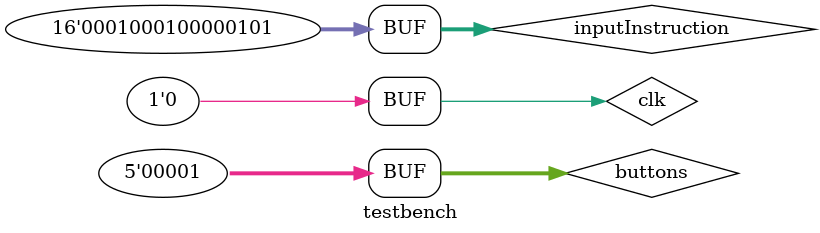
<source format=sv>
`timescale 1ns / 1ps

module testbench();
    logic clk;
    logic [4:0] buttons;
    logic [15:0] inputInstruction, instrInMem;
    logic [6:0] seg;
    logic dp;
    logic [3:0] an;
    
    TopModule dut( clk, buttons, inputInstruction, instrInMem, seg, dp, an);
    
    // generate clock to sequence tests
    always begin
        clk <= 1; #0.01; clk <= 0; #0.01;
    end
    
    initial begin
        buttons = 5'b0; inputInstruction = 16'b0;
        
        #5; buttons[2] = 1'b1; #0.1; buttons[2] = 1'b0; #20; // reset
        
        inputInstruction = 16'b000_1_0000_00000100; #0.1;
        buttons[1] = 1; #0.1; buttons[1] = 0; #20;
        inputInstruction = 16'b000_1_0001_00000101; #0.1;
        buttons[1] = 1; #0.1; buttons[1] = 0; #20.01;
        
        //for ( int i = 0; i >= 0; i++) begin
            buttons[0] = 1'b1; //#0.1; buttons[0] = 1'b0; #2; // next
        //end
       
    end    
endmodule

</source>
